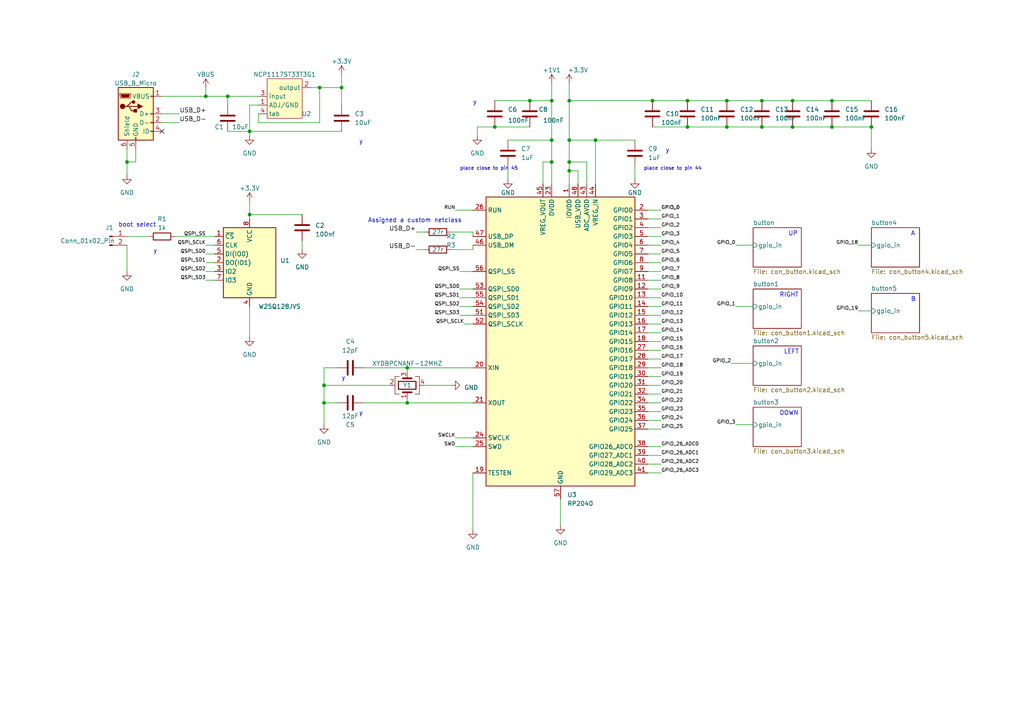
<source format=kicad_sch>
(kicad_sch (version 20230121) (generator eeschema)
  (paper "A4")
  (lib_symbols
    (symbol "CDog_Symbols:NCP1117ST33T3G"
      (property "Reference" "NCP1117ST33T3G" (at 0 0 0))
      (symbol "NCP1117ST33T3G_0_1"
        (rectangle (start 1.27 -1.27) (end 11.43 -12.7) (fill (type background)))
      )
      (symbol "NCP1117ST33T3G_1_1"
        (pin power_in line (at -1.27 -8.89 0) (length 2.54) (name "ADJ/GND") (number "1"))
        (pin power_out line (at 13.97 -3.81 180) (length 2.54) (name "output") (number "2"))
        (pin power_in line (at -1.27 -6.35 0) (length 2.54) (name "input") (number "3"))
        (pin power_in line (at -1.27 -11.43 0) (length 2.54) (name "tab") (number "4"))
      )
    )
    (symbol "Connector:Conn_01x02_Pin" (pin_names (offset 1.016) hide)
      (property "Reference" "J" (at 0 2.54 0))
      (property "Value" "Conn_01x02_Pin" (at 0 -5.08 0))
      (symbol "Conn_01x02_Pin_1_1"
        (polyline (pts (xy 1.27 -2.54) (xy 0.8636 -2.54)) (stroke (width 0.1524)))
        (polyline (pts (xy 1.27 0) (xy 0.8636 0)) (stroke (width 0.1524)))
        (rectangle (start 0.8636 -2.413) (end 0 -2.667) (stroke (width 0.1524)) (fill (type outline)))
        (rectangle (start 0.8636 0.127) (end 0 -0.127) (stroke (width 0.1524)) (fill (type outline)))
        (pin passive line (at 5.08 0 180) (length 3.81) (name "Pin_1") (number "1"))
        (pin passive line (at 5.08 -2.54 180) (length 3.81) (name "Pin_2") (number "2"))
      )
    )
    (symbol "Connector:USB_B_Micro" (pin_names (offset 1.016))
      (property "Reference" "J" (at -5.08 11.43 0))
      (property "Value" "USB_B_Micro" (at -5.08 8.89 0))
      (symbol "USB_B_Micro_0_1"
        (rectangle (start -5.08 -7.62) (end 5.08 7.62) (stroke (width 0.254)) (fill (type background)))
        (circle (center -3.81 2.159) (radius 0.635) (stroke (width 0.254)) (fill (type outline)))
        (circle (center -0.635 3.429) (radius 0.381) (stroke (width 0.254)) (fill (type outline)))
        (rectangle (start -0.127 -7.62) (end 0.127 -6.858))
        (polyline (pts (xy -1.905 2.159) (xy 0.635 2.159)) (stroke (width 0.254)))
        (polyline (pts (xy -3.175 2.159) (xy -2.54 2.159) (xy -1.27 3.429) (xy -0.635 3.429)) (stroke (width 0.254)))
        (polyline (pts (xy -2.54 2.159) (xy -1.905 2.159) (xy -1.27 0.889) (xy 0 0.889)) (stroke (width 0.254)))
        (polyline (pts (xy 0.635 2.794) (xy 0.635 1.524) (xy 1.905 2.159) (xy 0.635 2.794)) (stroke (width 0.254)) (fill (type outline)))
        (polyline (pts (xy -4.318 5.588) (xy -1.778 5.588) (xy -2.032 4.826) (xy -4.064 4.826) (xy -4.318 5.588)) (fill (type outline)))
        (polyline (pts (xy -4.699 5.842) (xy -4.699 5.588) (xy -4.445 4.826) (xy -4.445 4.572) (xy -1.651 4.572) (xy -1.651 4.826) (xy -1.397 5.588) (xy -1.397 5.842) (xy -4.699 5.842)))
        (rectangle (start 0.254 1.27) (end -0.508 0.508) (stroke (width 0.254)) (fill (type outline)))
        (rectangle (start 5.08 -5.207) (end 4.318 -4.953))
        (rectangle (start 5.08 -2.667) (end 4.318 -2.413))
        (rectangle (start 5.08 -0.127) (end 4.318 0.127))
        (rectangle (start 5.08 4.953) (end 4.318 5.207))
      )
      (symbol "USB_B_Micro_1_1"
        (pin power_out line (at 7.62 5.08 180) (length 2.54) (name "VBUS") (number "1"))
        (pin bidirectional line (at 7.62 -2.54 180) (length 2.54) (name "D-") (number "2"))
        (pin bidirectional line (at 7.62 0 180) (length 2.54) (name "D+") (number "3"))
        (pin passive line (at 7.62 -5.08 180) (length 2.54) (name "ID") (number "4"))
        (pin power_out line (at 0 -10.16 90) (length 2.54) (name "GND") (number "5"))
        (pin passive line (at -2.54 -10.16 90) (length 2.54) (name "Shield") (number "6"))
      )
    )
    (symbol "Device:C" (pin_numbers hide) (pin_names (offset 0.254))
      (property "Reference" "C" (at 0.635 2.54 0))
      (property "Value" "C" (at 0.635 -2.54 0))
      (symbol "C_0_1"
        (polyline (pts (xy -2.032 -0.762) (xy 2.032 -0.762)) (stroke (width 0.508)))
        (polyline (pts (xy -2.032 0.762) (xy 2.032 0.762)) (stroke (width 0.508)))
      )
      (symbol "C_1_1"
        (pin passive line (at 0 3.81 270) (length 2.794) (name "~") (number "1"))
        (pin passive line (at 0 -3.81 90) (length 2.794) (name "~") (number "2"))
      )
    )
    (symbol "Device:Crystal_GND24" (pin_names (offset 1.016) hide)
      (property "Reference" "Y" (at 3.175 5.08 0))
      (property "Value" "Crystal_GND24" (at 3.175 3.175 0))
      (symbol "Crystal_GND24_0_1"
        (rectangle (start -1.143 2.54) (end 1.143 -2.54) (stroke (width 0.3048)))
        (polyline (pts (xy -2.54 0) (xy -2.032 0)))
        (polyline (pts (xy -2.032 -1.27) (xy -2.032 1.27)) (stroke (width 0.508)))
        (polyline (pts (xy 0 -3.81) (xy 0 -3.556)))
        (polyline (pts (xy 0 3.556) (xy 0 3.81)))
        (polyline (pts (xy 2.032 -1.27) (xy 2.032 1.27)) (stroke (width 0.508)))
        (polyline (pts (xy 2.032 0) (xy 2.54 0)))
        (polyline (pts (xy -2.54 -2.286) (xy -2.54 -3.556) (xy 2.54 -3.556) (xy 2.54 -2.286)))
        (polyline (pts (xy -2.54 2.286) (xy -2.54 3.556) (xy 2.54 3.556) (xy 2.54 2.286)))
      )
      (symbol "Crystal_GND24_1_1"
        (pin passive line (at -3.81 0 0) (length 1.27) (name "1") (number "1"))
        (pin passive line (at 0 5.08 270) (length 1.27) (name "2") (number "2"))
        (pin passive line (at 3.81 0 180) (length 1.27) (name "3") (number "3"))
        (pin passive line (at 0 -5.08 90) (length 1.27) (name "4") (number "4"))
      )
    )
    (symbol "Device:R" (pin_numbers hide) (pin_names (offset 0))
      (property "Reference" "R" (at 2.032 0 90))
      (property "Value" "R" (at 0 0 90))
      (symbol "R_0_1"
        (rectangle (start -1.016 -2.54) (end 1.016 2.54) (stroke (width 0.254)))
      )
      (symbol "R_1_1"
        (pin passive line (at 0 3.81 270) (length 1.27) (name "~") (number "1"))
        (pin passive line (at 0 -3.81 90) (length 1.27) (name "~") (number "2"))
      )
    )
    (symbol "MCU_RaspberryPi:RP2040"
      (property "Reference" "U" (at 17.78 45.72 0))
      (property "Value" "RP2040" (at 17.78 43.18 0))
      (symbol "RP2040_0_1"
        (rectangle (start -21.59 41.91) (end 21.59 -41.91) (stroke (width 0.254)) (fill (type background)))
      )
      (symbol "RP2040_1_1"
        (pin power_in line (at 2.54 45.72 270) (length 3.81) (name "IOVDD") (number "1"))
        (pin passive line (at 2.54 45.72 270) (length 3.81) hide (name "IOVDD") (number "10"))
        (pin bidirectional line (at 25.4 17.78 180) (length 3.81) (name "GPIO8") (number "11"))
        (pin bidirectional line (at 25.4 15.24 180) (length 3.81) (name "GPIO9") (number "12"))
        (pin bidirectional line (at 25.4 12.7 180) (length 3.81) (name "GPIO10") (number "13"))
        (pin bidirectional line (at 25.4 10.16 180) (length 3.81) (name "GPIO11") (number "14"))
        (pin bidirectional line (at 25.4 7.62 180) (length 3.81) (name "GPIO12") (number "15"))
        (pin bidirectional line (at 25.4 5.08 180) (length 3.81) (name "GPIO13") (number "16"))
        (pin bidirectional line (at 25.4 2.54 180) (length 3.81) (name "GPIO14") (number "17"))
        (pin bidirectional line (at 25.4 0 180) (length 3.81) (name "GPIO15") (number "18"))
        (pin input line (at -25.4 -38.1 0) (length 3.81) (name "TESTEN") (number "19"))
        (pin bidirectional line (at 25.4 38.1 180) (length 3.81) (name "GPIO0") (number "2"))
        (pin input line (at -25.4 -7.62 0) (length 3.81) (name "XIN") (number "20"))
        (pin passive line (at -25.4 -17.78 0) (length 3.81) (name "XOUT") (number "21"))
        (pin passive line (at 2.54 45.72 270) (length 3.81) hide (name "IOVDD") (number "22"))
        (pin power_in line (at -2.54 45.72 270) (length 3.81) (name "DVDD") (number "23"))
        (pin output line (at -25.4 -27.94 0) (length 3.81) (name "SWCLK") (number "24"))
        (pin bidirectional line (at -25.4 -30.48 0) (length 3.81) (name "SWD") (number "25"))
        (pin input line (at -25.4 38.1 0) (length 3.81) (name "RUN") (number "26"))
        (pin bidirectional line (at 25.4 -2.54 180) (length 3.81) (name "GPIO16") (number "27"))
        (pin bidirectional line (at 25.4 -5.08 180) (length 3.81) (name "GPIO17") (number "28"))
        (pin bidirectional line (at 25.4 -7.62 180) (length 3.81) (name "GPIO18") (number "29"))
        (pin bidirectional line (at 25.4 35.56 180) (length 3.81) (name "GPIO1") (number "3"))
        (pin bidirectional line (at 25.4 -10.16 180) (length 3.81) (name "GPIO19") (number "30"))
        (pin bidirectional line (at 25.4 -12.7 180) (length 3.81) (name "GPIO20") (number "31"))
        (pin bidirectional line (at 25.4 -15.24 180) (length 3.81) (name "GPIO21") (number "32"))
        (pin passive line (at 2.54 45.72 270) (length 3.81) hide (name "IOVDD") (number "33"))
        (pin bidirectional line (at 25.4 -17.78 180) (length 3.81) (name "GPIO22") (number "34"))
        (pin bidirectional line (at 25.4 -20.32 180) (length 3.81) (name "GPIO23") (number "35"))
        (pin bidirectional line (at 25.4 -22.86 180) (length 3.81) (name "GPIO24") (number "36"))
        (pin bidirectional line (at 25.4 -25.4 180) (length 3.81) (name "GPIO25") (number "37"))
        (pin bidirectional line (at 25.4 -30.48 180) (length 3.81) (name "GPIO26_ADC0") (number "38"))
        (pin bidirectional line (at 25.4 -33.02 180) (length 3.81) (name "GPIO27_ADC1") (number "39"))
        (pin bidirectional line (at 25.4 33.02 180) (length 3.81) (name "GPIO2") (number "4"))
        (pin bidirectional line (at 25.4 -35.56 180) (length 3.81) (name "GPIO28_ADC2") (number "40"))
        (pin bidirectional line (at 25.4 -38.1 180) (length 3.81) (name "GPIO29_ADC3") (number "41"))
        (pin passive line (at 2.54 45.72 270) (length 3.81) hide (name "IOVDD") (number "42"))
        (pin power_in line (at 7.62 45.72 270) (length 3.81) (name "ADC_AVDD") (number "43"))
        (pin power_in line (at 10.16 45.72 270) (length 3.81) (name "VREG_IN") (number "44"))
        (pin power_out line (at -5.08 45.72 270) (length 3.81) (name "VREG_VOUT") (number "45"))
        (pin bidirectional line (at -25.4 27.94 0) (length 3.81) (name "USB_DM") (number "46"))
        (pin bidirectional line (at -25.4 30.48 0) (length 3.81) (name "USB_DP") (number "47"))
        (pin power_in line (at 5.08 45.72 270) (length 3.81) (name "USB_VDD") (number "48"))
        (pin passive line (at 2.54 45.72 270) (length 3.81) hide (name "IOVDD") (number "49"))
        (pin bidirectional line (at 25.4 30.48 180) (length 3.81) (name "GPIO3") (number "5"))
        (pin passive line (at -2.54 45.72 270) (length 3.81) hide (name "DVDD") (number "50"))
        (pin bidirectional line (at -25.4 7.62 0) (length 3.81) (name "QSPI_SD3") (number "51"))
        (pin output line (at -25.4 5.08 0) (length 3.81) (name "QSPI_SCLK") (number "52"))
        (pin bidirectional line (at -25.4 15.24 0) (length 3.81) (name "QSPI_SD0") (number "53"))
        (pin bidirectional line (at -25.4 10.16 0) (length 3.81) (name "QSPI_SD2") (number "54"))
        (pin bidirectional line (at -25.4 12.7 0) (length 3.81) (name "QSPI_SD1") (number "55"))
        (pin bidirectional line (at -25.4 20.32 0) (length 3.81) (name "QSPI_SS") (number "56"))
        (pin power_in line (at 0 -45.72 90) (length 3.81) (name "GND") (number "57"))
        (pin bidirectional line (at 25.4 27.94 180) (length 3.81) (name "GPIO4") (number "6"))
        (pin bidirectional line (at 25.4 25.4 180) (length 3.81) (name "GPIO5") (number "7"))
        (pin bidirectional line (at 25.4 22.86 180) (length 3.81) (name "GPIO6") (number "8"))
        (pin bidirectional line (at 25.4 20.32 180) (length 3.81) (name "GPIO7") (number "9"))
      )
    )
    (symbol "Memory_Flash:W25Q128JVS"
      (property "Reference" "U" (at -8.89 8.89 0))
      (property "Value" "W25Q128JVS" (at 7.62 8.89 0))
      (symbol "W25Q128JVS_0_1"
        (rectangle (start -7.62 10.16) (end 7.62 -10.16) (stroke (width 0.254)) (fill (type background)))
      )
      (symbol "W25Q128JVS_1_1"
        (pin input line (at -10.16 7.62 0) (length 2.54) (name "~{CS}") (number "1"))
        (pin bidirectional line (at -10.16 0 0) (length 2.54) (name "DO(IO1)") (number "2"))
        (pin bidirectional line (at -10.16 -2.54 0) (length 2.54) (name "IO2") (number "3"))
        (pin power_in line (at 0 -12.7 90) (length 2.54) (name "GND") (number "4"))
        (pin bidirectional line (at -10.16 2.54 0) (length 2.54) (name "DI(IO0)") (number "5"))
        (pin input line (at -10.16 5.08 0) (length 2.54) (name "CLK") (number "6"))
        (pin bidirectional line (at -10.16 -5.08 0) (length 2.54) (name "IO3") (number "7"))
        (pin power_in line (at 0 12.7 270) (length 2.54) (name "VCC") (number "8"))
      )
    )
    (symbol "power:+1V1" (power) (pin_names (offset 0))
      (property "Value" "+1V1" (at 0 3.556 0))
      (symbol "+1V1_0_1"
        (polyline (pts (xy -0.762 1.27) (xy 0 2.54)))
        (polyline (pts (xy 0 0) (xy 0 2.54)))
        (polyline (pts (xy 0 2.54) (xy 0.762 1.27)))
      )
      (symbol "+1V1_1_1"
        (pin power_in line (at 0 0 90) (length 0) hide (name "+1V1") (number "1"))
      )
    )
    (symbol "power:+3.3V" (power) (pin_names (offset 0))
      (property "Value" "+3.3V" (at 0 3.556 0))
      (symbol "+3.3V_0_1"
        (polyline (pts (xy -0.762 1.27) (xy 0 2.54)))
        (polyline (pts (xy 0 0) (xy 0 2.54)))
        (polyline (pts (xy 0 2.54) (xy 0.762 1.27)))
      )
      (symbol "+3.3V_1_1"
        (pin power_in line (at 0 0 90) (length 0) hide (name "+3.3V") (number "1"))
      )
    )
    (symbol "power:GND" (power) (pin_names (offset 0))
      (property "Value" "GND" (at 0 -3.81 0))
      (symbol "GND_0_1"
        (polyline (pts (xy 0 0) (xy 0 -1.27) (xy 1.27 -1.27) (xy 0 -2.54) (xy -1.27 -1.27) (xy 0 -1.27)))
      )
      (symbol "GND_1_1"
        (pin power_in line (at 0 0 270) (length 0) hide (name "GND") (number "1"))
      )
    )
    (symbol "power:VBUS" (power) (pin_names (offset 0))
      (property "Value" "VBUS" (at 0 3.81 0))
      (symbol "VBUS_0_1"
        (polyline (pts (xy -0.762 1.27) (xy 0 2.54)))
        (polyline (pts (xy 0 0) (xy 0 2.54)))
        (polyline (pts (xy 0 2.54) (xy 0.762 1.27)))
      )
      (symbol "VBUS_1_1"
        (pin power_in line (at 0 0 90) (length 0) hide (name "VBUS") (number "1"))
      )
    )
  )
  (junction (at 199.39 29.21))
  (junction (at 241.3 36.83))
  (junction (at 66.04 27.94))
  (junction (at 118.11 106.68))
  (junction (at 160.02 46.99))
  (junction (at 36.83 46.99))
  (junction (at 172.72 40.64))
  (junction (at 93.98 116.84))
  (junction (at 210.82 36.83))
  (junction (at 199.39 36.83))
  (junction (at 241.3 29.21))
  (junction (at 165.1 49.53))
  (junction (at 160.02 29.21))
  (junction (at 93.98 111.76))
  (junction (at 220.98 36.83))
  (junction (at 153.67 29.21))
  (junction (at 210.82 29.21))
  (junction (at 220.98 29.21))
  (junction (at 59.69 27.94))
  (junction (at 189.23 29.21))
  (junction (at 143.51 36.83))
  (junction (at 229.87 36.83))
  (junction (at 165.1 40.64))
  (junction (at 165.1 46.99))
  (junction (at 229.87 29.21))
  (junction (at 165.1 29.21))
  (junction (at 99.06 25.4))
  (junction (at 72.39 38.1))
  (junction (at 118.11 116.84))
  (junction (at 160.02 40.64))
  (junction (at 252.73 36.83))
  (junction (at 72.39 62.23))
  (junction (at 92.71 25.4))
  (no_connect (at 46.99 38.1))
  (wire (pts (xy 187.96 132.08) (xy 191.77 132.08)))
  (wire (pts (xy 187.96 137.16) (xy 191.77 137.16)))
  (wire (pts (xy 170.18 53.34) (xy 170.18 46.99)))
  (wire (pts (xy 160.02 40.64) (xy 160.02 46.99)))
  (wire (pts (xy 184.15 48.26) (xy 184.15 52.07)))
  (wire (pts (xy 187.96 60.96) (xy 191.77 60.96)))
  (wire (pts (xy 229.87 36.83) (xy 241.3 36.83)))
  (wire (pts (xy 157.48 46.99) (xy 160.02 46.99)))
  (wire (pts (xy 120.65 67.31) (xy 123.19 67.31)))
  (wire (pts (xy 153.67 29.21) (xy 160.02 29.21)))
  (wire (pts (xy 187.96 104.14) (xy 191.77 104.14)))
  (wire (pts (xy 147.32 40.64) (xy 160.02 40.64)))
  (wire (pts (xy 252.73 36.83) (xy 252.73 43.18)))
  (wire (pts (xy 213.36 88.9) (xy 218.44 88.9)))
  (wire (pts (xy 36.83 71.12) (xy 36.83 78.74)))
  (wire (pts (xy 36.83 46.99) (xy 36.83 50.8)))
  (wire (pts (xy 160.02 29.21) (xy 160.02 40.64)))
  (wire (pts (xy 97.79 106.68) (xy 93.98 106.68)))
  (wire (pts (xy 74.93 35.56) (xy 74.93 33.02)))
  (wire (pts (xy 36.83 46.99) (xy 39.37 46.99)))
  (wire (pts (xy 157.48 53.34) (xy 157.48 46.99)))
  (wire (pts (xy 97.79 116.84) (xy 93.98 116.84)))
  (wire (pts (xy 187.96 68.58) (xy 191.77 68.58)))
  (wire (pts (xy 187.96 111.76) (xy 191.77 111.76)))
  (wire (pts (xy 74.93 30.48) (xy 72.39 30.48)))
  (wire (pts (xy 59.69 27.94) (xy 66.04 27.94)))
  (wire (pts (xy 162.56 144.78) (xy 162.56 152.4)))
  (wire (pts (xy 93.98 111.76) (xy 113.03 111.76)))
  (wire (pts (xy 187.96 71.12) (xy 191.77 71.12)))
  (wire (pts (xy 187.96 116.84) (xy 191.77 116.84)))
  (wire (pts (xy 147.32 48.26) (xy 147.32 52.07)))
  (wire (pts (xy 165.1 29.21) (xy 165.1 40.64)))
  (wire (pts (xy 118.11 116.84) (xy 118.11 115.57)))
  (wire (pts (xy 187.96 134.62) (xy 191.77 134.62)))
  (wire (pts (xy 39.37 43.18) (xy 39.37 46.99)))
  (wire (pts (xy 92.71 25.4) (xy 92.71 35.56)))
  (wire (pts (xy 189.23 29.21) (xy 199.39 29.21)))
  (wire (pts (xy 66.04 27.94) (xy 74.93 27.94)))
  (wire (pts (xy 72.39 62.23) (xy 72.39 63.5)))
  (wire (pts (xy 36.83 68.58) (xy 43.18 68.58)))
  (wire (pts (xy 59.69 73.66) (xy 62.23 73.66)))
  (wire (pts (xy 137.16 116.84) (xy 118.11 116.84)))
  (wire (pts (xy 99.06 30.48) (xy 99.06 25.4)))
  (wire (pts (xy 143.51 29.21) (xy 153.67 29.21)))
  (wire (pts (xy 46.99 33.02) (xy 52.07 33.02)))
  (wire (pts (xy 72.39 58.42) (xy 72.39 62.23)))
  (wire (pts (xy 213.36 71.12) (xy 218.44 71.12)))
  (wire (pts (xy 160.02 46.99) (xy 160.02 53.34)))
  (wire (pts (xy 165.1 24.13) (xy 165.1 29.21)))
  (wire (pts (xy 137.16 68.58) (xy 137.16 67.31)))
  (wire (pts (xy 187.96 83.82) (xy 191.77 83.82)))
  (wire (pts (xy 210.82 29.21) (xy 220.98 29.21)))
  (wire (pts (xy 187.96 114.3) (xy 191.77 114.3)))
  (wire (pts (xy 120.65 72.39) (xy 123.19 72.39)))
  (wire (pts (xy 187.96 109.22) (xy 191.77 109.22)))
  (wire (pts (xy 59.69 78.74) (xy 62.23 78.74)))
  (wire (pts (xy 137.16 137.16) (xy 137.16 153.67)))
  (wire (pts (xy 165.1 40.64) (xy 172.72 40.64)))
  (wire (pts (xy 187.96 119.38) (xy 191.77 119.38)))
  (wire (pts (xy 134.62 93.98) (xy 137.16 93.98)))
  (wire (pts (xy 59.69 25.4) (xy 59.69 27.94)))
  (wire (pts (xy 187.96 78.74) (xy 191.77 78.74)))
  (wire (pts (xy 137.16 71.12) (xy 137.16 72.39)))
  (wire (pts (xy 187.96 99.06) (xy 191.77 99.06)))
  (wire (pts (xy 133.35 78.74) (xy 137.16 78.74)))
  (wire (pts (xy 187.96 86.36) (xy 191.77 86.36)))
  (wire (pts (xy 132.08 129.54) (xy 137.16 129.54)))
  (wire (pts (xy 170.18 46.99) (xy 165.1 46.99)))
  (wire (pts (xy 187.96 66.04) (xy 191.77 66.04)))
  (wire (pts (xy 241.3 36.83) (xy 252.73 36.83)))
  (wire (pts (xy 212.09 105.41) (xy 218.44 105.41)))
  (wire (pts (xy 133.35 88.9) (xy 137.16 88.9)))
  (wire (pts (xy 189.23 36.83) (xy 199.39 36.83)))
  (wire (pts (xy 172.72 40.64) (xy 184.15 40.64)))
  (wire (pts (xy 59.69 81.28) (xy 62.23 81.28)))
  (wire (pts (xy 105.41 106.68) (xy 118.11 106.68)))
  (wire (pts (xy 165.1 40.64) (xy 165.1 46.99)))
  (wire (pts (xy 59.69 71.12) (xy 62.23 71.12)))
  (wire (pts (xy 187.96 101.6) (xy 191.77 101.6)))
  (wire (pts (xy 187.96 73.66) (xy 191.77 73.66)))
  (wire (pts (xy 138.43 36.83) (xy 138.43 39.37)))
  (wire (pts (xy 132.08 127) (xy 137.16 127)))
  (wire (pts (xy 133.35 91.44) (xy 137.16 91.44)))
  (wire (pts (xy 123.19 111.76) (xy 130.81 111.76)))
  (wire (pts (xy 105.41 116.84) (xy 118.11 116.84)))
  (wire (pts (xy 72.39 88.9) (xy 72.39 97.79)))
  (wire (pts (xy 229.87 29.21) (xy 241.3 29.21)))
  (wire (pts (xy 187.96 106.68) (xy 191.77 106.68)))
  (wire (pts (xy 72.39 30.48) (xy 72.39 38.1)))
  (wire (pts (xy 187.96 76.2) (xy 191.77 76.2)))
  (wire (pts (xy 87.63 69.85) (xy 87.63 72.39)))
  (wire (pts (xy 133.35 86.36) (xy 137.16 86.36)))
  (wire (pts (xy 137.16 72.39) (xy 130.81 72.39)))
  (wire (pts (xy 66.04 38.1) (xy 72.39 38.1)))
  (wire (pts (xy 167.64 49.53) (xy 165.1 49.53)))
  (wire (pts (xy 59.69 76.2) (xy 62.23 76.2)))
  (wire (pts (xy 46.99 35.56) (xy 52.07 35.56)))
  (wire (pts (xy 187.96 63.5) (xy 191.77 63.5)))
  (wire (pts (xy 99.06 21.59) (xy 99.06 25.4)))
  (wire (pts (xy 93.98 116.84) (xy 93.98 123.19)))
  (wire (pts (xy 199.39 36.83) (xy 210.82 36.83)))
  (wire (pts (xy 72.39 38.1) (xy 72.39 39.37)))
  (wire (pts (xy 187.96 81.28) (xy 191.77 81.28)))
  (wire (pts (xy 248.92 71.12) (xy 252.73 71.12)))
  (wire (pts (xy 199.39 29.21) (xy 210.82 29.21)))
  (wire (pts (xy 213.36 123.19) (xy 218.44 123.19)))
  (wire (pts (xy 143.51 36.83) (xy 138.43 36.83)))
  (wire (pts (xy 72.39 62.23) (xy 87.63 62.23)))
  (wire (pts (xy 187.96 93.98) (xy 191.77 93.98)))
  (wire (pts (xy 172.72 40.64) (xy 172.72 53.34)))
  (wire (pts (xy 248.92 90.17) (xy 252.73 90.17)))
  (wire (pts (xy 241.3 29.21) (xy 252.73 29.21)))
  (wire (pts (xy 92.71 25.4) (xy 99.06 25.4)))
  (wire (pts (xy 220.98 36.83) (xy 229.87 36.83)))
  (wire (pts (xy 187.96 129.54) (xy 191.77 129.54)))
  (wire (pts (xy 133.35 83.82) (xy 137.16 83.82)))
  (wire (pts (xy 220.98 29.21) (xy 229.87 29.21)))
  (wire (pts (xy 36.83 43.18) (xy 36.83 46.99)))
  (wire (pts (xy 165.1 29.21) (xy 189.23 29.21)))
  (wire (pts (xy 143.51 36.83) (xy 153.67 36.83)))
  (wire (pts (xy 93.98 111.76) (xy 93.98 116.84)))
  (wire (pts (xy 165.1 49.53) (xy 165.1 46.99)))
  (wire (pts (xy 118.11 106.68) (xy 118.11 107.95)))
  (wire (pts (xy 66.04 27.94) (xy 66.04 30.48)))
  (wire (pts (xy 46.99 27.94) (xy 59.69 27.94)))
  (wire (pts (xy 93.98 106.68) (xy 93.98 111.76)))
  (wire (pts (xy 50.8 68.58) (xy 62.23 68.58)))
  (wire (pts (xy 92.71 35.56) (xy 74.93 35.56)))
  (wire (pts (xy 160.02 24.13) (xy 160.02 29.21)))
  (wire (pts (xy 165.1 53.34) (xy 165.1 49.53)))
  (wire (pts (xy 210.82 36.83) (xy 220.98 36.83)))
  (wire (pts (xy 187.96 96.52) (xy 191.77 96.52)))
  (wire (pts (xy 137.16 67.31) (xy 130.81 67.31)))
  (wire (pts (xy 72.39 38.1) (xy 99.06 38.1)))
  (wire (pts (xy 167.64 53.34) (xy 167.64 49.53)))
  (wire (pts (xy 90.17 25.4) (xy 92.71 25.4)))
  (wire (pts (xy 187.96 91.44) (xy 191.77 91.44)))
  (wire (pts (xy 137.16 106.68) (xy 118.11 106.68)))
  (wire (pts (xy 187.96 121.92) (xy 191.77 121.92)))
  (wire (pts (xy 187.96 88.9) (xy 191.77 88.9)))
  (wire (pts (xy 132.08 60.96) (xy 137.16 60.96)))
  (wire (pts (xy 187.96 124.46) (xy 191.77 124.46)))
  (text "y" (at 137.16 30.48 0) (effects (font (size 1.27 1.27)) (justify left bottom)))
  (text "DOWN" (at 226.06 120.65 0) (effects (font (size 1.27 1.27)) (justify left bottom)))
  (text "place close to pin 45" (at 133.35 49.53 0) (effects (font (size 1 1)) (justify left bottom)))
  (text "y" (at 104.14 41.91 0) (effects (font (size 1.27 1.27)) (justify left bottom)))
  (text "LEFT" (at 227.33 102.87 0) (effects (font (size 1.27 1.27)) (justify left bottom)))
  (text "boot select" (at 34.29 66.04 0) (effects (font (size 1.27 1.27)) (justify left bottom)))
  (text "y" (at 193.04 44.45 0) (effects (font (size 1.27 1.27)) (justify left bottom)))
  (text "UP" (at 228.6 68.58 0) (effects (font (size 1.27 1.27)) (justify left bottom)))
  (text "y" (at 44.45 73.66 0) (effects (font (size 1.27 1.27)) (justify left bottom)))
  (text "RIGHT" (at 226.06 86.36 0) (effects (font (size 1.27 1.27)) (justify left bottom)))
  (text "place close to pin 44" (at 186.69 49.53 0) (effects (font (size 1 1)) (justify left bottom)))
  (text "Assigned a custom netclass" (at 106.68 64.77 0) (effects (font (size 1.27 1.27)) (justify left bottom)))
  (text "y" (at 104.14 120.65 0) (effects (font (size 1.27 1.27)) (justify left bottom)))
  (text "A" (at 264.16 68.58 0) (effects (font (size 1.27 1.27)) (justify left bottom)))
  (text "y" (at 99.06 110.49 0) (effects (font (size 1.27 1.27)) (justify left bottom)))
  (text "B\n" (at 264.16 87.63 0) (effects (font (size 1.27 1.27)) (justify left bottom)))
  (label "GPIO_5" (at 191.77 73.66 0) (effects (font (size 1 1))))
  (label "USB_D+" (at 52.07 33.02 0))
  (label "GPIO_11" (at 191.77 88.9 0) (effects (font (size 1 1))))
  (label "GPIO_21" (at 191.77 114.3 0) (effects (font (size 1 1))))
  (label "GPIO_3" (at 213.36 123.19 180) (effects (font (size 1 1))))
  (label "GPIO_12" (at 191.77 91.44 0) (effects (font (size 1 1))))
  (label "GPIO_26_ADC1" (at 191.77 132.08 0) (effects (font (size 1 1))))
  (label "GPIO_15" (at 191.77 99.06 0) (effects (font (size 1 1))))
  (label "GPIO_16" (at 191.77 101.6 0) (effects (font (size 1 1))))
  (label "GPIO_26_ADC0" (at 191.77 129.54 0) (effects (font (size 1 1))))
  (label "GPIO_9" (at 191.77 83.82 0) (effects (font (size 1 1))))
  (label "GPIO_4" (at 191.77 71.12 0) (effects (font (size 1 1))))
  (label "RUN" (at 132.08 60.96 180) (effects (font (size 1 1))))
  (label "QSPI_SD0" (at 133.35 83.82 180) (effects (font (size 1 1))))
  (label "QSPI_SCLK" (at 134.62 93.98 180) (effects (font (size 1 1))))
  (label "GPIO_18" (at 191.77 106.68 0) (effects (font (size 1 1))))
  (label "GPIO_24" (at 191.77 121.92 0) (effects (font (size 1 1))))
  (label "QSPI_SS" (at 133.35 78.74 180) (effects (font (size 1 1))))
  (label "GPIO_0" (at 213.36 71.12 180) (effects (font (size 1 1))))
  (label "USB_D-" (at 120.65 72.39 180))
  (label "GPIO_1" (at 213.36 88.9 180) (effects (font (size 1 1))))
  (label "USB_D-" (at 52.07 35.56 0))
  (label "GPIO_17" (at 191.77 104.14 0) (effects (font (size 1 1))))
  (label "GPIO_19" (at 191.77 109.22 0) (effects (font (size 1 1))))
  (label "GPIO_2" (at 212.09 105.41 180) (effects (font (size 1 1))))
  (label "QSPI_SCLK" (at 59.69 71.12 180) (effects (font (size 1 1))))
  (label "GPIO_19" (at 248.92 90.17 180) (effects (font (size 1 1))))
  (label "GPIO_7" (at 191.77 78.74 0) (effects (font (size 1 1))))
  (label "QSPI_SD3" (at 133.35 91.44 180) (effects (font (size 1 1))))
  (label "GPIO_26_ADC3" (at 191.77 137.16 0) (effects (font (size 1 1))))
  (label "GPIO_1" (at 191.77 63.5 0) (effects (font (size 1 1))))
  (label "SWCLK" (at 132.08 127 180) (effects (font (size 1 1))))
  (label "GPIO_2" (at 191.77 66.04 0) (effects (font (size 1 1))))
  (label "GPIO_20" (at 191.77 111.76 0) (effects (font (size 1 1))))
  (label "GPIO_18" (at 248.92 71.12 180) (effects (font (size 1 1))))
  (label "SWD" (at 132.08 129.54 180) (effects (font (size 1 1))))
  (label "GPIO_0" (at 191.77 60.96 0) (effects (font (size 1 1))))
  (label "QSPI_SD1" (at 133.35 86.36 180) (effects (font (size 1 1))))
  (label "QSPI_SS" (at 59.69 68.58 180) (effects (font (size 1 1))))
  (label "GPIO_14" (at 191.77 96.52 0) (effects (font (size 1 1))))
  (label "QSPI_SD2" (at 133.35 88.9 180) (effects (font (size 1 1))))
  (label "GPIO_10" (at 191.77 86.36 0) (effects (font (size 1 1))))
  (label "USB_D+" (at 120.65 67.31 180))
  (label "QSPI_SD0" (at 59.69 73.66 180) (effects (font (size 1 1))))
  (label "QSPI_SD2" (at 59.69 78.74 180) (effects (font (size 1 1))))
  (label "GPIO_26_ADC2" (at 191.77 134.62 0) (effects (font (size 1 1))))
  (label "GPIO_23" (at 191.77 119.38 0) (effects (font (size 1 1))))
  (label "GPIO_6" (at 191.77 76.2 0) (effects (font (size 1 1))))
  (label "QSPI_SD1" (at 59.69 76.2 180) (effects (font (size 1 1))))
  (label "GPIO_0" (at 191.77 60.96 0) (effects (font (size 1 1))))
  (label "GPIO_3" (at 191.77 68.58 0) (effects (font (size 1 1))))
  (label "GPIO_25" (at 191.77 124.46 0) (effects (font (size 1 1))))
  (label "GPIO_22" (at 191.77 116.84 0) (effects (font (size 1 1))))
  (label "QSPI_SD3" (at 59.69 81.28 180) (effects (font (size 1 1))))
  (label "GPIO_8" (at 191.77 81.28 0) (effects (font (size 1 1))))
  (label "GPIO_13" (at 191.77 93.98 0) (effects (font (size 1 1))))
  (symbol (lib_id "power:GND") (at 137.16 153.67 0) (unit 1)
    (property "Reference" "#PWR011" (effects hide))
    (property "Value" "GND" (at 137.16 158.75 0))
  )
  (symbol (lib_id "Device:C") (at 210.82 33.02 0) (unit 1)
    (property "Reference" "C12" (at 214.63 31.75 0) (effects (justify left)))
    (property "Value" "100nF" (at 214.63 34.29 0) (effects (justify left)))
    (property "Footprint" "Capacitor_SMD:C_0402_1005Metric" (effects hide))
    (property "LCSC" "C1525" (effects hide))
  )
  (symbol (lib_id "power:GND") (at 72.39 97.79 0) (unit 1)
    (property "Reference" "#PWR06" (effects hide))
    (property "Value" "GND" (at 72.39 102.87 0))
  )
  (symbol (lib_id "Connector:USB_B_Micro") (at 39.37 33.02 0) (unit 1)
    (property "Reference" "J2" (at 39.37 21.59 0))
    (property "Value" "USB_B_Micro" (at 39.37 24.13 0))
    (property "Footprint" "CDog:MICRO-USB-SMD_C393940" (effects hide))
    (property "LCSC" "C393940" (effects hide))
  )
  (symbol (lib_id "Device:R") (at 127 72.39 270) (unit 1)
    (property "Reference" "R3" (at 130.81 71.12 90))
    (property "Value" "27r" (at 127 72.39 90))
    (property "Footprint" "Resistor_SMD:R_0402_1005Metric" (effects hide))
    (property "LCSC" "C2909343" (effects hide))
  )
  (symbol (lib_id "Connector:Conn_01x02_Pin") (at 31.75 68.58 0) (unit 1)
    (property "Reference" "J1" (at 31.75 66.04 0))
    (property "Value" "Conn_01x02_Pin" (at 25.4 69.85 0))
    (property "Footprint" "Connector_PinHeader_2.54mm:PinHeader_1x02_P2.54mm_Vertical" (effects hide))
  )
  (symbol (lib_id "power:GND") (at 130.81 111.76 90) (unit 1)
    (property "Reference" "#PWR010" (effects hide))
    (property "Value" "GND" (at 134.62 112.395 90) (effects (justify right)))
  )
  (symbol (lib_id "Device:C") (at 220.98 33.02 0) (unit 1)
    (property "Reference" "C13" (at 224.79 31.75 0) (effects (justify left)))
    (property "Value" "100nF" (at 224.79 34.29 0) (effects (justify left)))
    (property "Footprint" "Capacitor_SMD:C_0402_1005Metric" (effects hide))
    (property "LCSC" "C1525" (effects hide))
  )
  (symbol (lib_id "power:GND") (at 93.98 123.19 0) (unit 1)
    (property "Reference" "#PWR08" (effects hide))
    (property "Value" "GND" (at 93.98 128.27 0))
  )
  (symbol (lib_id "power:+3.3V") (at 72.39 58.42 0) (unit 1)
    (property "Reference" "#PWR05" (effects hide))
    (property "Value" "+3.3V" (at 72.39 54.61 0))
  )
  (symbol (lib_id "MCU_RaspberryPi:RP2040") (at 162.56 99.06 0) (unit 1)
    (property "Reference" "U3" (at 164.5159 143.51 0) (effects (justify left)))
    (property "Value" "RP2040" (at 164.5159 146.05 0) (effects (justify left)))
    (property "Footprint" "Package_DFN_QFN:QFN-56-1EP_7x7mm_P0.4mm_EP3.2x3.2mm" (effects hide))
    (property "Datasheet" "https://datasheets.raspberrypi.com/rp2040/rp2040-datasheet.pdf" (effects hide))
    (property "LCSC" "C2040" (effects hide))
  )
  (symbol (lib_id "power:GND") (at 36.83 50.8 0) (unit 1)
    (property "Reference" "#PWR01" (effects hide))
    (property "Value" "GND" (at 36.83 55.88 0))
  )
  (symbol (lib_id "power:VBUS") (at 59.69 25.4 0) (unit 1)
    (property "Reference" "#PWR03" (effects hide))
    (property "Value" "VBUS" (at 59.69 21.59 0))
  )
  (symbol (lib_id "power:GND") (at 138.43 39.37 0) (unit 1)
    (property "Reference" "#PWR012" (effects hide))
    (property "Value" "GND" (at 138.43 44.45 0))
  )
  (symbol (lib_id "Device:C") (at 87.63 66.04 0) (unit 1)
    (property "Reference" "C2" (at 91.44 65.405 0) (effects (justify left)))
    (property "Value" "100nf" (at 91.44 67.945 0) (effects (justify left)))
    (property "Footprint" "Capacitor_SMD:C_0402_1005Metric" (effects hide))
    (property "LCSC" "C1525" (effects hide))
  )
  (symbol (lib_id "power:GND") (at 162.56 152.4 0) (unit 1)
    (property "Reference" "#PWR015" (effects hide))
    (property "Value" "GND" (at 162.56 157.48 0))
  )
  (symbol (lib_id "Device:C") (at 241.3 33.02 0) (unit 1)
    (property "Reference" "C15" (at 245.11 31.75 0) (effects (justify left)))
    (property "Value" "100nF" (at 245.11 34.29 0) (effects (justify left)))
    (property "Footprint" "Capacitor_SMD:C_0402_1005Metric" (effects hide))
    (property "LCSC" "C1525" (effects hide))
  )
  (symbol (lib_id "power:GND") (at 36.83 78.74 0) (unit 1)
    (property "Reference" "#PWR02" (effects hide))
    (property "Value" "GND" (at 36.83 83.82 0))
  )
  (symbol (lib_id "Device:R") (at 46.99 68.58 90) (unit 1)
    (property "Reference" "R1" (at 46.99 63.5 90))
    (property "Value" "1k" (at 46.99 66.04 90))
    (property "Footprint" "Resistor_SMD:R_0402_1005Metric" (effects hide))
    (property "LCSC" "C279981" (effects hide))
  )
  (symbol (lib_id "Memory_Flash:W25Q128JVS") (at 72.39 76.2 0) (unit 1)
    (property "Reference" "U1" (at 81.28 75.565 0) (effects (justify left)))
    (property "Value" "W25Q128JVS" (at 74.93 88.9 0) (effects (justify left)))
    (property "Footprint" "Package_SO:SOIC-8_5.23x5.23mm_P1.27mm" (effects hide))
    (property "Datasheet" "http://www.winbond.com/resource-files/w25q128jv_dtr%20revc%2003272018%20plus.pdf" (effects hide))
    (property "LCSC" "C97521" (effects hide))
  )
  (symbol (lib_id "power:+3.3V") (at 165.1 24.13 0) (unit 1)
    (property "Reference" "#PWR016" (effects hide))
    (property "Value" "+3.3V" (at 167.64 20.32 0))
  )
  (symbol (lib_id "power:GND") (at 252.73 43.18 0) (unit 1)
    (property "Reference" "#PWR018" (effects hide))
    (property "Value" "GND" (at 252.73 48.26 0))
  )
  (symbol (lib_id "Device:C") (at 229.87 33.02 0) (unit 1)
    (property "Reference" "C14" (at 233.68 31.75 0) (effects (justify left)))
    (property "Value" "100nF" (at 233.68 34.29 0) (effects (justify left)))
    (property "Footprint" "Capacitor_SMD:C_0402_1005Metric" (effects hide))
    (property "JLCPCBA Part #" "C1525" (effects hide))
  )
  (symbol (lib_id "Device:C") (at 153.67 33.02 0) (unit 1)
    (property "Reference" "C8" (at 156.21 31.75 0) (effects (justify left)))
    (property "Value" "100nF" (at 157.48 34.925 0) (effects (justify left)))
    (property "Footprint" "Capacitor_SMD:C_0402_1005Metric" (effects hide))
    (property "LCSC" "C1525" (effects hide))
  )
  (symbol (lib_id "power:GND") (at 184.15 52.07 0) (unit 1)
    (property "Reference" "#PWR017" (effects hide))
    (property "Value" "GND" (at 184.15 55.88 0))
  )
  (symbol (lib_id "CDog_Symbols:NCP1117ST33T3G") (at 76.2 21.59 0) (unit 1)
    (property "Reference" "U2" (at 88.9 33.02 0))
    (property "Value" "NCP1117ST33T3G1" (at 82.55 21.59 0))
    (property "Footprint" "Package_TO_SOT_SMD:SOT-223" (effects hide))
    (property "LCSC" "C6186" (effects hide))
  )
  (symbol (lib_id "Device:C") (at 99.06 34.29 0) (unit 1)
    (property "Reference" "C3" (at 102.87 33.02 0) (effects (justify left)))
    (property "Value" "10uF" (at 102.87 35.56 0) (effects (justify left)))
    (property "Footprint" "Capacitor_SMD:C_1206_3216Metric" (effects hide))
    (property "LCSC" "C13585" (effects hide))
  )
  (symbol (lib_id "power:GND") (at 147.32 52.07 0) (unit 1)
    (property "Reference" "#PWR013" (effects hide))
    (property "Value" "GND" (at 147.32 55.88 0))
  )
  (symbol (lib_id "power:+3.3V") (at 99.06 21.59 0) (unit 1)
    (property "Reference" "#PWR09" (effects hide))
    (property "Value" "+3.3V" (at 99.06 17.78 0))
  )
  (symbol (lib_id "power:GND") (at 72.39 39.37 0) (unit 1)
    (property "Reference" "#PWR04" (effects hide))
    (property "Value" "GND" (at 72.39 44.45 0))
  )
  (symbol (lib_id "Device:C") (at 252.73 33.02 0) (unit 1)
    (property "Reference" "C16" (at 256.54 31.75 0) (effects (justify left)))
    (property "Value" "100nF" (at 256.54 34.29 0) (effects (justify left)))
    (property "Footprint" "Capacitor_SMD:C_0402_1005Metric" (effects hide))
    (property "LCSC" "C1525" (effects hide))
  )
  (symbol (lib_id "Device:C") (at 101.6 116.84 90) (unit 1)
    (property "Reference" "C5" (at 101.6 123.19 90))
    (property "Value" "12pF" (at 101.6 120.65 90))
    (property "Footprint" "Capacitor_SMD:C_0402_1005Metric" (effects hide))
    (property "LCSC" "C1547" (effects hide))
  )
  (symbol (lib_id "Device:C") (at 184.15 44.45 0) (unit 1)
    (property "Reference" "C9" (at 187.96 43.18 0) (effects (justify left)))
    (property "Value" "1uF" (at 187.96 45.72 0) (effects (justify left)))
    (property "Footprint" "Capacitor_SMD:C_0402_1005Metric" (effects hide))
    (property "LCSC" "C52923" (effects hide))
  )
  (symbol (lib_id "Device:C") (at 189.23 33.02 0) (unit 1)
    (property "Reference" "C10" (at 193.04 33.02 0) (effects (justify left)))
    (property "Value" "100nF" (at 191.77 35.56 0) (effects (justify left)))
    (property "Footprint" "Capacitor_SMD:C_0402_1005Metric" (effects hide))
    (property "LCSC" "C1525" (effects hide))
  )
  (symbol (lib_id "power:+1V1") (at 160.02 24.13 0) (unit 1)
    (property "Reference" "#PWR014" (effects hide))
    (property "Value" "+1V1" (at 160.02 20.32 0))
  )
  (symbol (lib_id "Device:C") (at 143.51 33.02 0) (unit 1)
    (property "Reference" "C6" (at 147.32 31.75 0) (effects (justify left)))
    (property "Value" "100nF" (at 147.32 34.925 0) (effects (justify left)))
    (property "Footprint" "Capacitor_SMD:C_0402_1005Metric" (effects hide))
    (property "LCSC" "C1525" (effects hide))
  )
  (symbol (lib_id "Device:C") (at 147.32 44.45 0) (unit 1)
    (property "Reference" "C7" (at 151.13 43.18 0) (effects (justify left)))
    (property "Value" "1uF" (at 151.13 45.72 0) (effects (justify left)))
    (property "Footprint" "Capacitor_SMD:C_0402_1005Metric" (effects hide))
    (property "LCSC" "C52923" (effects hide))
  )
  (symbol (lib_id "Device:C") (at 101.6 106.68 90) (unit 1)
    (property "Reference" "C4" (at 101.6 99.06 90))
    (property "Value" "12pF" (at 101.6 101.6 90))
    (property "Footprint" "Capacitor_SMD:C_0402_1005Metric" (effects hide))
    (property "LCSC" "C1547" (effects hide))
  )
  (symbol (lib_id "Device:C") (at 66.04 34.29 0) (unit 1)
    (property "Reference" "C1" (at 62.23 36.83 0) (effects (justify left)))
    (property "Value" "10uF" (at 67.31 36.83 0) (effects (justify left)))
    (property "Footprint" "Capacitor_SMD:C_1206_3216Metric" (effects hide))
    (property "LCSC" "C13585" (effects hide))
  )
  (symbol (lib_id "Device:Crystal_GND24") (at 118.11 111.76 90) (unit 1)
    (property "Reference" "Y1" (at 118.11 111.76 90))
    (property "Value" "XYDBPCNANF-12MHZ" (at 118.11 105.41 90))
    (property "Footprint" "cdog:Xstal_2520_4P_XYDBPCNANF-12MHZ" (effects hide))
    (property "LCSC" "C521567" (effects hide))
  )
  (symbol (lib_id "Device:C") (at 199.39 33.02 0) (unit 1)
    (property "Reference" "C11" (at 203.2 31.75 0) (effects (justify left)))
    (property "Value" "100nF" (at 203.2 34.29 0) (effects (justify left)))
    (property "Footprint" "Capacitor_SMD:C_0402_1005Metric" (effects hide))
    (property "LCSC" "C1525" (effects hide))
  )
  (symbol (lib_id "Device:R") (at 127 67.31 90) (unit 1)
    (property "Reference" "R2" (at 130.81 68.58 90))
    (property "Value" "27r" (at 127 67.31 90))
    (property "Footprint" "Resistor_SMD:R_0402_1005Metric" (effects hide))
    (property "LCSC" "C2909343" (effects hide))
  )
  (symbol (lib_id "power:GND") (at 87.63 72.39 0) (unit 1)
    (property "Reference" "#PWR07" (effects hide))
    (property "Value" "GND" (at 87.63 77.47 0))
  )
  (sheet (at 218.44 83.82) (size 13.97 11.43) (stroke (width 0.1524))
    (property "Sheetname" "button1" (at 218.44 83.1084 0) (effects (justify left bottom)))
    (property "Sheetfile" "con_button1.kicad_sch" (at 218.44 95.8346 0) (effects (justify left top)))
    (pin "gpio_in" input (at 218.44 88.9 180))
  )
  (sheet (at 252.73 85.09) (size 13.97 11.43) (stroke (width 0.1524))
    (property "Sheetname" "button5" (at 252.73 84.3784 0) (effects (justify left bottom)))
    (property "Sheetfile" "con_button5.kicad_sch" (at 252.73 97.1046 0) (effects (justify left top)))
    (pin "gpio_in" input (at 252.73 90.17 180))
  )
  (sheet (at 218.44 100.33) (size 13.97 11.43) (stroke (width 0.1524))
    (property "Sheetname" "button2" (at 218.44 99.6184 0) (effects (justify left bottom)))
    (property "Sheetfile" "con_button2.kicad_sch" (at 218.44 112.3446 0) (effects (justify left top)))
    (pin "gpio_in" input (at 218.44 105.41 180))
  )
  (sheet (at 252.73 66.04) (size 13.97 11.43) (stroke (width 0.1524))
    (property "Sheetname" "button4" (at 252.73 65.3284 0) (effects (justify left bottom)))
    (property "Sheetfile" "con_button4.kicad_sch" (at 252.73 78.0546 0) (effects (justify left top)))
    (pin "gpio_in" input (at 252.73 71.12 180))
  )
  (sheet (at 218.44 66.04) (size 13.97 11.43) (stroke (width 0.1524))
    (property "Sheetname" "button" (at 218.44 65.3284 0) (effects (justify left bottom)))
    (property "Sheetfile" "con_button.kicad_sch" (at 218.44 78.0546 0) (effects (justify left top)))
    (pin "gpio_in" input (at 218.44 71.12 180))
  )
  (sheet (at 218.44 118.11) (size 13.97 11.43) (stroke (width 0.1524))
    (property "Sheetname" "button3" (at 218.44 117.3984 0) (effects (justify left bottom)))
    (property "Sheetfile" "con_button3.kicad_sch" (at 218.44 130.1246 0) (effects (justify left top)))
    (pin "gpio_in" input (at 218.44 123.19 180))
  )
)
</source>
